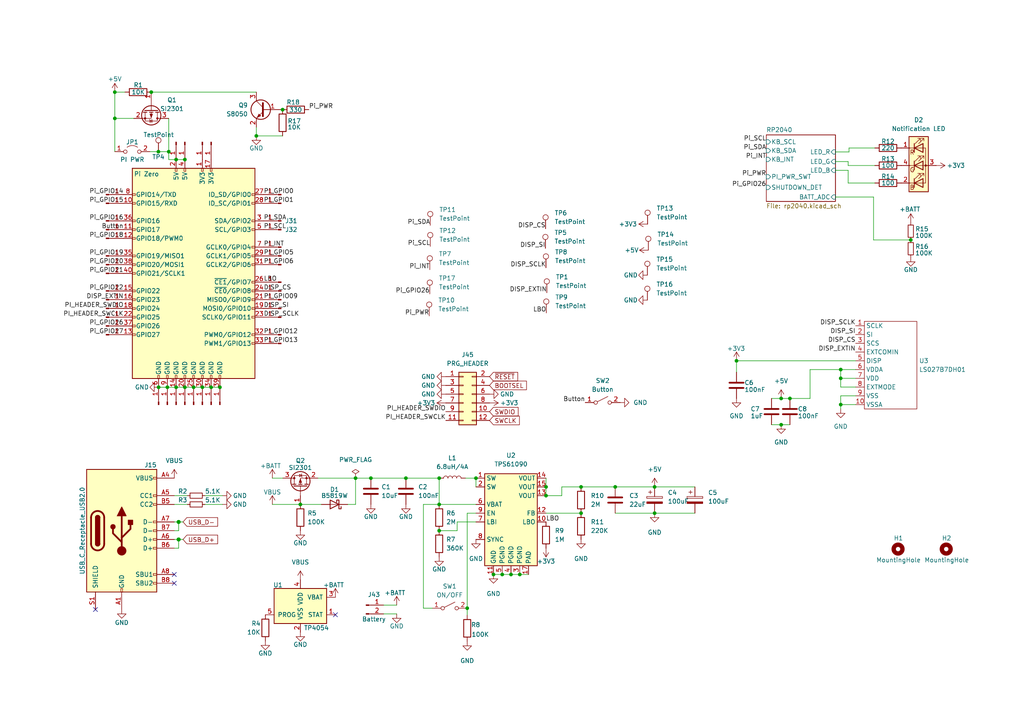
<source format=kicad_sch>
(kicad_sch (version 20231120) (generator "eeschema") (generator_version "8.0")
  (paper "A4")
  (title_block (title "Beepy") (date "2023-04-21") (rev "1.0") (comment 1 "CERN Open Hardware Licence v1.2") (comment 2 "https://github.com/sqfmi/beepy-hardware") (comment 3 "Designed by SQFMI"))
  (junction (at 107.569 138.684))
  (junction (at 178.435 141.224))
  (junction (at 48.9458 43.9928))
  (junction (at 63.7794 112.3188))
  (junction (at 138.049 138.684))
  (junction (at 56.1594 112.3188))
  (junction (at 226.568 123.19))
  (junction (at 243.84 107.188))
  (junction (at 150.749 166.624))
  (junction (at 168.529 148.844))
  (junction (at 61.2394 112.3188))
  (junction (at 51.0794 46.2788))
  (junction (at 158.369 141.224))
  (junction (at 117.729 138.684))
  (junction (at 51.816 156.464) (diameter 1.016))
  (junction (at 45.9994 112.3188))
  (junction (at 158.369 143.764))
  (junction (at 103.124 138.684))
  (junction (at 189.865 141.224))
  (junction (at 264.16 69.596))
  (junction (at 43.8658 26.7208))
  (junction (at 53.6194 112.3188))
  (junction (at 243.84 109.728))
  (junction (at 74.3458 39.4208))
  (junction (at 51.0794 112.3188))
  (junction (at 148.209 166.624))
  (junction (at 127.381 138.684))
  (junction (at 243.84 117.348))
  (junction (at 87.122 146.304))
  (junction (at 51.816 151.384) (diameter 1.016))
  (junction (at 48.5394 112.3188))
  (junction (at 81.9658 31.8008))
  (junction (at 229.108 115.57))
  (junction (at 145.669 166.624))
  (junction (at 213.614 104.648))
  (junction (at 189.865 148.844))
  (junction (at 33.2994 26.7208))
  (junction (at 58.6994 112.3188))
  (junction (at 127.381 146.304))
  (junction (at 53.6194 46.2788))
  (junction (at 45.9486 43.9928))
  (junction (at 127.381 153.924))
  (junction (at 33.2994 34.3408))
  (junction (at 143.129 166.624))
  (junction (at 168.529 141.224))
  (junction (at 226.568 115.57))
  (junction (at 135.509 176.403))
  (no_connect (at 27.686 176.784))
  (no_connect (at 50.546 166.624))
  (no_connect (at 97.282 178.308))
  (no_connect (at 50.546 169.164))
  (wire (pts (xy 245.999 46.863) (xy 245.999 48.006)))
  (wire (pts (xy 138.049 146.304) (xy 127.381 146.304)))
  (wire (pts (xy 248.158 114.808) (xy 243.84 114.808)))
  (wire (pts (xy 158.369 143.764) (xy 162.941 143.764)))
  (wire (pts (xy 148.209 166.624) (xy 150.749 166.624)))
  (wire (pts (xy 48.9458 34.3408) (xy 48.9458 43.9928)))
  (wire (pts (xy 246.253 44.069) (xy 246.253 42.926)))
  (wire (pts (xy 51.0794 46.2788) (xy 53.6194 46.2788)))
  (wire (pts (xy 53.086 151.384) (xy 51.816 151.384)))
  (wire (pts (xy 103.124 146.304) (xy 100.838 146.304)))
  (wire (pts (xy 127.381 146.304) (xy 127.381 138.684)))
  (wire (pts (xy 132.588 153.924) (xy 132.588 151.384)))
  (wire (pts (xy 56.1594 112.3188) (xy 58.6994 112.3188)))
  (wire (pts (xy 158.369 148.844) (xy 168.529 148.844)))
  (wire (pts (xy 59.436 146.304) (xy 64.516 146.304)))
  (wire (pts (xy 117.729 138.684) (xy 127.381 138.684)))
  (wire (pts (xy 138.049 138.684) (xy 138.049 141.224)))
  (wire (pts (xy 50.546 151.384) (xy 51.816 151.384)))
  (wire (pts (xy 53.6194 112.3188) (xy 56.1594 112.3188)))
  (wire (pts (xy 178.435 141.224) (xy 189.865 141.224)))
  (wire (pts (xy 150.749 166.624) (xy 153.289 166.624)))
  (wire (pts (xy 135.001 138.684) (xy 138.049 138.684)))
  (wire (pts (xy 253.365 57.15) (xy 253.365 69.596)))
  (wire (pts (xy 78.994 138.684) (xy 82.042 138.684)))
  (wire (pts (xy 143.129 166.624) (xy 145.669 166.624)))
  (wire (pts (xy 43.8658 26.7208) (xy 74.3458 26.7208)))
  (wire (pts (xy 135.509 148.844) (xy 135.509 176.403)))
  (wire (pts (xy 253.365 69.596) (xy 264.16 69.596)))
  (wire (pts (xy 78.994 146.304) (xy 87.122 146.304)))
  (wire (pts (xy 33.2994 26.7208) (xy 36.2458 26.7208)))
  (wire (pts (xy 33.2994 34.3408) (xy 38.7858 34.3408)))
  (wire (pts (xy 158.369 138.684) (xy 158.369 141.224)))
  (wire (pts (xy 243.84 117.348) (xy 248.158 117.348)))
  (wire (pts (xy 245.999 48.006) (xy 253.746 48.006)))
  (wire (pts (xy 33.2994 34.3408) (xy 33.2994 43.9928)))
  (wire (pts (xy 243.84 117.348) (xy 243.84 118.618)))
  (wire (pts (xy 178.435 148.844) (xy 189.865 148.844)))
  (wire (pts (xy 162.941 143.764) (xy 162.941 141.224)))
  (wire (pts (xy 226.568 123.19) (xy 229.108 123.19)))
  (wire (pts (xy 223.774 115.57) (xy 226.568 115.57)))
  (wire (pts (xy 48.5394 112.3188) (xy 51.0794 112.3188)))
  (wire (pts (xy 122.809 146.304) (xy 122.809 176.403)))
  (wire (pts (xy 43.4594 43.9928) (xy 45.9486 43.9928)))
  (wire (pts (xy 242.316 57.15) (xy 253.365 57.15)))
  (wire (pts (xy 243.84 109.728) (xy 248.158 109.728)))
  (wire (pts (xy 33.2994 26.7208) (xy 33.2994 34.3408)))
  (wire (pts (xy 59.436 143.764) (xy 64.516 143.764)))
  (wire (pts (xy 50.546 143.764) (xy 54.356 143.764)))
  (wire (pts (xy 223.774 123.19) (xy 226.568 123.19)))
  (wire (pts (xy 243.84 114.808) (xy 243.84 117.348)))
  (wire (pts (xy 51.816 153.924) (xy 51.816 151.384)))
  (wire (pts (xy 189.865 148.844) (xy 201.549 148.844)))
  (wire (pts (xy 58.6994 112.3188) (xy 61.2394 112.3188)))
  (wire (pts (xy 48.9458 43.9928) (xy 48.9458 46.2788)))
  (wire (pts (xy 162.941 141.224) (xy 168.529 141.224)))
  (wire (pts (xy 242.316 46.863) (xy 245.999 46.863)))
  (wire (pts (xy 226.568 115.57) (xy 229.108 115.57)))
  (wire (pts (xy 87.122 146.304) (xy 93.218 146.304)))
  (wire (pts (xy 48.9458 43.9928) (xy 45.9486 43.9928)))
  (wire (pts (xy 50.546 153.924) (xy 51.816 153.924)))
  (wire (pts (xy 145.669 166.624) (xy 148.209 166.624)))
  (wire (pts (xy 138.049 148.844) (xy 135.509 148.844)))
  (wire (pts (xy 243.84 107.188) (xy 234.95 107.188)))
  (wire (pts (xy 243.84 112.268) (xy 243.84 109.728)))
  (wire (pts (xy 243.84 107.188) (xy 243.84 109.728)))
  (wire (pts (xy 248.158 112.268) (xy 243.84 112.268)))
  (wire (pts (xy 111.252 178.054) (xy 115.062 178.054)))
  (wire (pts (xy 127.381 153.924) (xy 132.588 153.924)))
  (wire (pts (xy 234.95 115.57) (xy 229.108 115.57)))
  (wire (pts (xy 243.84 107.188) (xy 248.158 107.188)))
  (wire (pts (xy 51.816 159.004) (xy 51.816 156.464)))
  (wire (pts (xy 92.202 138.684) (xy 103.124 138.684)))
  (wire (pts (xy 132.588 151.384) (xy 138.049 151.384)))
  (wire (pts (xy 242.316 49.403) (xy 245.999 49.403)))
  (wire (pts (xy 168.529 141.224) (xy 178.435 141.224)))
  (wire (pts (xy 51.816 156.464) (xy 53.086 156.464)))
  (wire (pts (xy 135.509 176.403) (xy 135.509 178.435)))
  (wire (pts (xy 158.369 141.224) (xy 158.369 143.764)))
  (wire (pts (xy 50.546 156.464) (xy 51.816 156.464)))
  (wire (pts (xy 103.124 138.684) (xy 103.124 146.304)))
  (wire (pts (xy 234.95 107.188) (xy 234.95 115.57)))
  (wire (pts (xy 50.546 146.304) (xy 54.356 146.304)))
  (wire (pts (xy 245.999 53.086) (xy 253.746 53.086)))
  (wire (pts (xy 61.2394 112.3188) (xy 63.7794 112.3188)))
  (wire (pts (xy 50.546 159.004) (xy 51.816 159.004)))
  (wire (pts (xy 122.809 176.403) (xy 125.349 176.403)))
  (wire (pts (xy 246.253 42.926) (xy 253.746 42.926)))
  (wire (pts (xy 189.865 141.224) (xy 201.549 141.224)))
  (wire (pts (xy 48.9458 46.2788) (xy 51.0794 46.2788)))
  (wire (pts (xy 213.614 104.648) (xy 213.614 107.95)))
  (wire (pts (xy 107.569 138.684) (xy 117.729 138.684)))
  (wire (pts (xy 127.381 146.304) (xy 122.809 146.304)))
  (wire (pts (xy 81.9658 39.4208) (xy 74.3458 39.4208)))
  (wire (pts (xy 103.124 138.684) (xy 107.569 138.684)))
  (wire (pts (xy 45.9994 112.3188) (xy 48.5394 112.3188)))
  (wire (pts (xy 111.252 175.514) (xy 115.062 175.514)))
  (wire (pts (xy 51.0794 112.3188) (xy 53.6194 112.3188)))
  (wire (pts (xy 74.3458 36.8808) (xy 74.3458 39.4208)))
  (wire (pts (xy 245.999 49.403) (xy 245.999 53.086)))
  (wire (pts (xy 248.158 104.648) (xy 213.614 104.648)))
  (wire (pts (xy 242.316 44.069) (xy 246.253 44.069)))
  (label "Pi_GPIO09" (at 76.4794 86.9188 0))
  (label "Pi_SDA" (at 222.25 43.688 180))
  (label "DISP_CS" (at 158.242 66.3448 180))
  (label "Pi_GPIO5" (at 76.4794 74.2188 0))
  (label "LBO" (at 158.4452 90.7542 180))
  (label "Pi_SDA" (at 76.4794 64.0588 0))
  (label "Pi_GPIO21" (at 35.8394 79.2988 180))
  (label "DISP_EXTIN" (at 158.5976 84.9122 180))
  (label "Pi_INT" (at 222.25 46.228 180))
  (label "DISP_SCLK" (at 158.3436 77.6732 180))
  (label "PI_HEADER_SWDIO" (at 129.286 119.4054 180))
  (label "DISP_SI" (at 248.158 97.028 180))
  (label "LBO" (at 158.369 151.384 0))
  (label "Pi_GPIO15" (at 35.8394 58.9788 180))
  (label "Pi_PWR" (at 89.5858 31.8008 0))
  (label "DISP_SCLK" (at 248.158 94.488 180))
  (label "DISP_EXTIN" (at 248.158 102.108 180))
  (label "Pi_GPIO26" (at 124.6632 85.2678 180))
  (label "DISP_EXTIN" (at 35.8394 86.9188 180))
  (label "Pi_GPIO20" (at 35.8394 76.7588 180))
  (label "Button" (at 35.8394 66.5988 180))
  (label "DISP_SCLK" (at 76.4794 91.9988 0))
  (label "Button" (at 169.7228 116.7638 180))
  (label "DISP_CS" (at 248.158 99.568 180))
  (label "Pi_GPIO6" (at 76.4794 76.7588 0))
  (label "Pi_GPIO0" (at 76.4794 56.4388 0))
  (label "Pi_SCL" (at 76.4794 66.5988 0))
  (label "Pi_SCL" (at 222.25 41.148 180))
  (label "Pi_GPIO16" (at 35.8394 64.0588 180))
  (label "Pi_GPIO14" (at 35.8394 56.4388 180))
  (label "Pi_SCL" (at 124.7902 71.4756 180))
  (label "Pi_GPIO1" (at 76.4794 58.9788 0))
  (label "Pi_SDA" (at 124.7902 65.3796 180))
  (label "PI_HEADER_SWCLK" (at 129.286 121.9454 180))
  (label "LBO" (at 76.4794 81.8388 0))
  (label "Pi_GPIO26" (at 35.8394 94.5388 180))
  (label "DISP_SI" (at 158.1912 72.0344 180))
  (label "Pi_GPIO26" (at 222.25 54.356 180))
  (label "Pi_GPIO22" (at 35.8394 84.3788 180))
  (label "Pi_INT" (at 124.6632 78.232 180))
  (label "Pi_GPIO27" (at 35.8394 97.0788 180))
  (label "Pi_INT" (at 76.4794 71.6788 0))
  (label "Pi_GPIO19" (at 35.8394 74.2188 180))
  (label "Pi_GPIO18" (at 35.8394 69.1388 180))
  (label "PI_HEADER_SWDIO" (at 35.8394 89.4588 180))
  (label "Pi_GPIO12" (at 76.4794 97.0788 0))
  (label "Pi_PWR" (at 222.25 51.2572 180))
  (label "DISP_CS" (at 76.4794 84.3788 0))
  (label "PI_HEADER_SWCLK" (at 35.8394 91.9988 180))
  (label "Pi_GPIO13" (at 76.4794 99.6188 0))
  (label "DISP_SI" (at 76.4794 89.4588 0))
  (label "Pi_PWR" (at 124.4854 91.6432 180))
  (global_label "USB_D-" (shape input) (at 53.086 151.384 0) (property "Intersheetrefs" "${INTERSHEET_REFS}" (effects (hide yes))))
  (global_label "BOOTSEL" (shape input) (at 141.986 111.7854 0) (property "Intersheetrefs" "${INTERSHEET_REFS}" (effects (hide yes))))
  (global_label "SWDIO" (shape input) (at 141.986 119.4054 0) (property "Intersheetrefs" "${INTERSHEET_REFS}" (effects (hide yes))))
  (global_label "USB_D+" (shape input) (at 53.086 156.464 0) (property "Intersheetrefs" "${INTERSHEET_REFS}" (effects (hide yes))))
  (global_label "SWCLK" (shape input) (at 141.986 121.9454 0) (property "Intersheetrefs" "${INTERSHEET_REFS}" (effects (hide yes))))
  (global_label "~{RESET}" (shape input) (at 141.986 109.2454 0) (property "Intersheetrefs" "${INTERSHEET_REFS}" (effects (hide yes))))
  (symbol (lib_id "Connector:Conn_01x01_Male") (at 81.5594 74.2188 180) (unit 1)
    (property "Reference" "J34" (effects (hide yes)))
    (property "Value" "FDX0019B1" (effects (hide yes)))
    (property "Footprint" "beepy:FDX0019B1" (effects (hide yes)))
  )
  (symbol (lib_id "power:GND") (at 74.3458 39.4208 0) (mirror y) (unit 1)
    (property "Reference" "#PWR01" (effects (hide yes)))
    (property "Value" "GND" (at 74.3458 42.9768 0))
  )
  (symbol (lib_id "power:GND") (at 168.529 156.464 0) (unit 1)
    (property "Reference" "#PWR042" (effects (hide yes)))
    (property "Value" "GND" (at 168.529 162.052 0))
  )
  (symbol (lib_id "power:GND") (at 143.129 166.624 0) (unit 1)
    (property "Reference" "#PWR034" (effects (hide yes)))
    (property "Value" "GND" (at 143.129 172.212 0))
  )
  (symbol (lib_id "power:+3.3V") (at 271.526 48.006 270) (unit 1)
    (property "Reference" "#PWR052" (effects (hide yes)))
    (property "Value" "+3V3" (at 277.241 48.006 90))
  )
  (symbol (lib_id "Connector:Conn_01x01_Male") (at 81.5594 89.4588 180) (unit 1)
    (property "Reference" "J39" (effects (hide yes)))
    (property "Value" "FDX0019B1" (effects (hide yes)))
    (property "Footprint" "beepy:FDX0019B1" (effects (hide yes)))
  )
  (symbol (lib_id "Device:C") (at 229.108 119.38 0) (unit 1)
    (property "Reference" "C8" (at 231.394 118.618 0) (effects (justify left)))
    (property "Value" "100nF" (at 231.394 120.65 0) (effects (justify left)))
    (property "Footprint" "Capacitor_SMD:C_0603_1608Metric" (effects (hide yes)))
  )
  (symbol (lib_id "Device:C") (at 213.614 111.76 0) (unit 1)
    (property "Reference" "C6" (at 215.9 110.998 0) (effects (justify left)))
    (property "Value" "100nF" (at 215.9 113.03 0) (effects (justify left)))
    (property "Footprint" "Capacitor_SMD:C_0603_1608Metric" (effects (hide yes)))
  )
  (symbol (lib_id "Transistor_FET:DMG2301L") (at 43.8658 31.8008 270) (unit 1)
    (property "Reference" "Q1" (at 49.8856 29.0068 90))
    (property "Value" "SI2301" (at 49.8856 31.5468 90))
    (property "Footprint" "Package_TO_SOT_SMD:SOT-23" (effects (hide yes)))
    (property "Datasheet" "https://www.diodes.com/assets/Datasheets/DMG2301L.pdf" (effects (hide yes)))
  )
  (symbol (lib_id "Device:R_Small") (at 264.16 72.136 0) (unit 1)
    (property "Reference" "R16" (at 269.367 71.501 0) (effects (justify right)))
    (property "Value" "100K" (at 265.43 73.406 0) (effects (justify left)))
    (property "Footprint" "Resistor_SMD:R_0603_1608Metric" (effects (hide yes)))
  )
  (symbol (lib_id "power:GND") (at 187.7568 87.0458 270) (unit 1)
    (property "Reference" "#PWR0105" (effects (hide yes)))
    (property "Value" "GND" (at 180.8988 87.0458 90) (effects (justify left)))
  )
  (symbol (lib_id "power:+BATT") (at 78.994 138.684 0) (unit 1)
    (property "Reference" "#PWR09" (effects (hide yes)))
    (property "Value" "+BATT" (at 78.486 135.128 0))
  )
  (symbol (lib_id "Device:R_Small") (at 56.896 146.304 270) (unit 1)
    (property "Reference" "R3" (at 54.356 145.034 90) (effects (justify right)))
    (property "Value" "5.1K" (at 59.436 145.034 90) (effects (justify left)))
    (property "Footprint" "Resistor_SMD:R_0603_1608Metric" (effects (hide yes)))
  )
  (symbol (lib_id "beepy:LS027B7DH01") (at 258.318 105.918 0) (unit 1)
    (property "Reference" "U3" (at 266.573 104.6479 0) (effects (justify left)))
    (property "Value" "LS027B7DH01" (at 266.573 107.1879 0) (effects (justify left)))
    (property "Footprint" "beepy:HRS_FH34SRJ-10S-0.5SH(50)" (effects (hide yes)))
  )
  (symbol (lib_id "power:+3.3V") (at 141.986 116.8654 270) (unit 1)
    (property "Reference" "#PWR036" (effects (hide yes)))
    (property "Value" "+3V3" (at 147.701 116.8654 90))
  )
  (symbol (lib_id "power:GND") (at 213.614 115.57 0) (unit 1)
    (property "Reference" "#PWR046" (effects (hide yes)))
    (property "Value" "GND" (at 213.614 120.65 0))
  )
  (symbol (lib_id "Connector:Conn_01x01_Male") (at 30.7594 56.4388 0) (unit 1)
    (property "Reference" "J1" (effects (hide yes)))
    (property "Value" "FDX0019B1" (effects (hide yes)))
    (property "Footprint" "beepy:FDX0019B1" (effects (hide yes)))
  )
  (symbol (lib_id "Connector:Conn_01x01_Male") (at 30.7594 97.0788 0) (unit 1)
    (property "Reference" "J14" (effects (hide yes)))
    (property "Value" "FDX0019B1" (effects (hide yes)))
    (property "Footprint" "beepy:FDX0019B1" (effects (hide yes)))
  )
  (symbol (lib_id "Connector:TestPoint") (at 124.6632 85.2678 0) (unit 1)
    (property "Reference" "TP17" (at 127.254 80.6957 0) (effects (justify left)))
    (property "Value" "TestPoint" (at 127.254 83.2357 0) (effects (justify left)))
    (property "Footprint" "TestPoint:TestPoint_Pad_D1.5mm" (effects (hide yes)))
  )
  (symbol (lib_id "Device:C") (at 178.435 145.034 0) (unit 1)
    (property "Reference" "C3" (at 182.499 143.7639 0) (effects (justify left)))
    (property "Value" "22uF" (at 182.499 146.3039 0) (effects (justify left)))
    (property "Footprint" "Capacitor_SMD:C_1206_3216Metric" (effects (hide yes)))
  )
  (symbol (lib_id "Device:C_Polarized") (at 201.549 145.034 0) (unit 1)
    (property "Reference" "C5" (at 205.359 142.8749 0) (effects (justify left)))
    (property "Value" "100uF" (at 205.359 145.4149 0) (effects (justify left)))
    (property "Footprint" "Capacitor_Tantalum_SMD:CP_EIA-3528-15_AVX-H" (effects (hide yes)))
  )
  (symbol (lib_id "power:GND") (at 187.7568 79.8068 270) (unit 1)
    (property "Reference" "#PWR0104" (effects (hide yes)))
    (property "Value" "GND" (at 180.8988 79.8068 90) (effects (justify left)))
  )
  (symbol (lib_id "power:GND") (at 107.569 146.304 0) (unit 1)
    (property "Reference" "#PWR019" (effects (hide yes)))
    (property "Value" "GND" (at 107.569 149.86 0))
  )
  (symbol (lib_id "power:GND") (at 87.122 153.924 0) (unit 1)
    (property "Reference" "#PWR011" (effects (hide yes)))
    (property "Value" "GND" (at 87.122 157.48 0))
  )
  (symbol (lib_id "Device:R") (at 168.529 152.654 0) (unit 1)
    (property "Reference" "R11" (at 171.323 151.3839 0) (effects (justify left)))
    (property "Value" "220K" (at 171.323 153.9239 0) (effects (justify left)))
    (property "Footprint" "Resistor_SMD:R_0603_1608Metric" (effects (hide yes)))
  )
  (symbol (lib_id "power:GND") (at 189.865 148.844 0) (unit 1)
    (property "Reference" "#PWR044" (effects (hide yes)))
    (property "Value" "GND" (at 189.865 154.432 0))
  )
  (symbol (lib_id "Device:C") (at 107.569 142.494 0) (unit 1)
    (property "Reference" "C1" (at 110.617 141.2239 0) (effects (justify left)))
    (property "Value" "10uF" (at 110.617 143.7639 0) (effects (justify left)))
    (property "Footprint" "Capacitor_SMD:C_0603_1608Metric" (effects (hide yes)))
  )
  (symbol (lib_id "Connector:Conn_01x01_Male") (at 30.7594 86.9188 0) (unit 1)
    (property "Reference" "J10" (effects (hide yes)))
    (property "Value" "FDX0019B1" (effects (hide yes)))
    (property "Footprint" "beepy:FDX0019B1" (effects (hide yes)))
  )
  (symbol (lib_id "Connector:Conn_01x01_Male") (at 81.5594 76.7588 180) (unit 1)
    (property "Reference" "J35" (effects (hide yes)))
    (property "Value" "FDX0019B1" (effects (hide yes)))
    (property "Footprint" "beepy:FDX0019B1" (effects (hide yes)))
  )
  (symbol (lib_id "power:GND") (at 179.8828 116.7638 90) (unit 1)
    (property "Reference" "#PWR033" (effects (hide yes)))
    (property "Value" "GND" (at 183.6928 116.7637 90) (effects (justify right)))
  )
  (symbol (lib_id "Device:R") (at 257.556 42.926 90) (unit 1)
    (property "Reference" "R12" (at 257.556 41.021 90))
    (property "Value" "220" (at 257.556 42.926 90))
    (property "Footprint" "Resistor_SMD:R_0603_1608Metric" (effects (hide yes)))
  )
  (symbol (lib_id "power:GND") (at 117.729 146.304 0) (unit 1)
    (property "Reference" "#PWR022" (effects (hide yes)))
    (property "Value" "GND" (at 117.729 149.86 0))
  )
  (symbol (lib_id "power:GND") (at 129.286 111.7854 270) (unit 1)
    (property "Reference" "#PWR025" (effects (hide yes)))
    (property "Value" "GND" (at 124.206 111.7854 90))
  )
  (symbol (lib_id "Device:R") (at 87.122 150.114 0) (unit 1)
    (property "Reference" "R5" (at 89.154 148.8439 0) (effects (justify left)))
    (property "Value" "100K" (at 89.154 151.3839 0) (effects (justify left)))
    (property "Footprint" "Resistor_SMD:R_0603_1608Metric" (effects (hide yes)))
  )
  (symbol (lib_id "power:+5V") (at 33.2994 26.7208 0) (unit 1)
    (property "Reference" "#PWR02" (effects (hide yes)))
    (property "Value" "+5V" (at 33.2994 22.9108 0))
  )
  (symbol (lib_id "power:GND") (at 45.9994 112.3188 270) (unit 1)
    (property "Reference" "#PWR04" (effects (hide yes)))
    (property "Value" "GND" (at 39.116 112.2934 90) (effects (justify left)))
  )
  (symbol (lib_id "Device:LED_RBAG") (at 266.446 48.006 0) (unit 1)
    (property "Reference" "D2" (at 266.446 34.798 0))
    (property "Value" "Notification LED" (at 266.446 37.338 0))
    (property "Footprint" "beepy:FM-B2020RGBA-HG" (effects (hide yes)))
  )
  (symbol (lib_id "Connector:Conn_01x01_Male") (at 53.6194 117.3988 90) (unit 1)
    (property "Reference" "J21" (effects (hide yes)))
    (property "Value" "FDX0019B1" (effects (hide yes)))
    (property "Footprint" "beepy:FDX0019B1" (effects (hide yes)))
  )
  (symbol (lib_id "Device:C") (at 223.774 119.38 0) (unit 1)
    (property "Reference" "C7" (at 217.678 118.618 0) (effects (justify left)))
    (property "Value" "1uF" (at 217.678 120.65 0) (effects (justify left)))
    (property "Footprint" "Capacitor_SMD:C_0603_1608Metric" (effects (hide yes)))
  )
  (symbol (lib_id "Device:C_Polarized") (at 189.865 145.034 0) (unit 1)
    (property "Reference" "C4" (at 193.675 142.8749 0) (effects (justify left)))
    (property "Value" "100uF" (at 193.675 145.4149 0) (effects (justify left)))
    (property "Footprint" "Capacitor_Tantalum_SMD:CP_EIA-3528-15_AVX-H" (effects (hide yes)))
  )
  (symbol (lib_id "Device:R") (at 135.509 182.245 180) (unit 1)
    (property "Reference" "R8" (at 139.319 181.229 0) (effects (justify left)))
    (property "Value" "100K" (at 141.859 184.023 0) (effects (justify left)))
    (property "Footprint" "Resistor_SMD:R_0603_1608Metric" (effects (hide yes)))
  )
  (symbol (lib_id "Connector:Conn_01x01_Male") (at 30.7594 66.5988 0) (unit 1)
    (property "Reference" "J4" (effects (hide yes)))
    (property "Value" "FDX0019B1" (effects (hide yes)))
    (property "Footprint" "beepy:FDX0019B1" (effects (hide yes)))
  )
  (symbol (lib_id "Switch:SW_SPST") (at 174.8028 116.7638 0) (unit 1)
    (property "Reference" "SW2" (at 174.8028 110.4138 0))
    (property "Value" "Button" (at 174.8028 112.9538 0))
    (property "Footprint" "Button_Switch_SMD:Panasonic_EVQPUL_EVQPUC" (effects (hide yes)))
  )
  (symbol (lib_id "Mechanical:MountingHole") (at 274.447 159.258 0) (unit 1)
    (property "Reference" "H2" (at 273.177 156.083 0) (effects (justify left)))
    (property "Value" "MountingHole" (at 268.097 162.433 0) (effects (justify left)))
    (property "Footprint" "MountingHole:MountingHole_2.7mm_M2.5" (effects (hide yes)))
  )
  (symbol (lib_id "Jumper:Jumper_2_Open") (at 38.3794 43.9928 0) (unit 1)
    (property "Reference" "JP1" (at 38.3794 41.1988 0))
    (property "Value" "PI PWR" (at 38.3794 46.2788 0))
    (property "Footprint" "Jumper:SolderJumper-2_P1.3mm_Open_RoundedPad1.0x1.5mm" (effects (hide yes)))
  )
  (symbol (lib_id "Connector:Conn_01x01_Male") (at 45.9994 117.3988 90) (unit 1)
    (property "Reference" "J16" (effects (hide yes)))
    (property "Value" "FDX0019B1" (effects (hide yes)))
    (property "Footprint" "beepy:FDX0019B1" (effects (hide yes)))
  )
  (symbol (lib_id "Connector:Conn_01x01_Male") (at 58.6994 117.3988 90) (unit 1)
    (property "Reference" "J25" (effects (hide yes)))
    (property "Value" "FDX0019B1" (effects (hide yes)))
    (property "Footprint" "beepy:FDX0019B1" (effects (hide yes)))
  )
  (symbol (lib_id "Connector:TestPoint") (at 45.9486 43.9928 0) (unit 1)
    (property "Reference" "TP4" (at 44.1198 45.5168 0) (effects (justify left)))
    (property "Value" "TestPoint" (at 41.5544 39.0906 0) (effects (justify left)))
    (property "Footprint" "TestPoint:TestPoint_Pad_D1.5mm" (effects (hide yes)))
  )
  (symbol (lib_id "power:+5V") (at 226.568 115.57 0) (unit 1)
    (property "Reference" "#PWR047" (effects (hide yes)))
    (property "Value" "+5V" (at 226.568 110.49 0))
  )
  (symbol (lib_id "Device:Q_NPN_BEC") (at 76.8858 31.8008 0) (mirror y) (unit 1)
    (property "Reference" "Q9" (at 71.9074 30.5307 0) (effects (justify left)))
    (property "Value" "S8050" (at 71.9074 33.0707 0) (effects (justify left)))
    (property "Footprint" "Package_TO_SOT_SMD:SOT-23" (effects (hide yes)))
  )
  (symbol (lib_id "power:GND") (at 76.962 185.928 0) (unit 1)
    (property "Reference" "#PWR08" (effects (hide yes)))
    (property "Value" "GND" (at 76.962 189.484 0))
  )
  (symbol (lib_id "Connector:Conn_01x01_Male") (at 81.5594 71.6788 180) (unit 1)
    (property "Reference" "J33" (effects (hide yes)))
    (property "Value" "FDX0019B1" (effects (hide yes)))
    (property "Footprint" "beepy:FDX0019B1" (effects (hide yes)))
  )
  (symbol (lib_id "Connector:TestPoint") (at 158.3436 77.6732 0) (unit 1)
    (property "Reference" "TP8" (at 160.9344 73.1011 0) (effects (justify left)))
    (property "Value" "TestPoint" (at 160.9344 75.6411 0) (effects (justify left)))
    (property "Footprint" "TestPoint:TestPoint_Pad_D1.5mm" (effects (hide yes)))
  )
  (symbol (lib_id "Connector:Conn_01x01_Male") (at 81.5594 56.4388 180) (unit 1)
    (property "Reference" "J29" (effects (hide yes)))
    (property "Value" "FDX0019B1" (effects (hide yes)))
    (property "Footprint" "beepy:FDX0019B1" (effects (hide yes)))
  )
  (symbol (lib_id "Connector:Conn_01x02_Male") (at 106.172 175.514 0) (unit 1)
    (property "Reference" "J43" (at 108.458 172.466 0))
    (property "Value" "Battery" (at 108.458 179.578 0))
    (property "Footprint" "Connector_JST:JST_PH_S2B-PH-SM4-TB_1x02-1MP_P2.00mm_Horizontal" (effects (hide yes)))
  )
  (symbol (lib_id "Connector:Conn_01x01_Male") (at 81.5594 84.3788 180) (unit 1)
    (property "Reference" "J37" (effects (hide yes)))
    (property "Value" "FDX0019B1" (effects (hide yes)))
    (property "Footprint" "beepy:FDX0019B1" (effects (hide yes)))
  )
  (symbol (lib_id "Connector:TestPoint") (at 187.833 64.9986 0) (unit 1)
    (property "Reference" "TP13" (at 190.4238 60.4265 0) (effects (justify left)))
    (property "Value" "TestPoint" (at 190.4238 62.9665 0) (effects (justify left)))
    (property "Footprint" "TestPoint:TestPoint_Pad_D1.5mm" (effects (hide yes)))
  )
  (symbol (lib_id "Connector:Conn_01x01_Male") (at 30.7594 79.2988 0) (unit 1)
    (property "Reference" "J8" (effects (hide yes)))
    (property "Value" "FDX0019B1" (effects (hide yes)))
    (property "Footprint" "beepy:FDX0019B1" (effects (hide yes)))
  )
  (symbol (lib_id "power:VBUS") (at 78.994 146.304 0) (unit 1)
    (property "Reference" "#PWR010" (effects (hide yes)))
    (property "Value" "VBUS" (at 78.994 142.748 0))
  )
  (symbol (lib_id "Device:R") (at 127.381 157.734 0) (unit 1)
    (property "Reference" "R7" (at 129.413 156.4639 0) (effects (justify left)))
    (property "Value" "360K" (at 129.413 159.0039 0) (effects (justify left)))
    (property "Footprint" "Resistor_SMD:R_0603_1608Metric" (effects (hide yes)))
  )
  (symbol (lib_id "power:+3.3V") (at 158.369 159.004 180) (unit 1)
    (property "Reference" "#PWR037" (effects (hide yes)))
    (property "Value" "+3V3" (at 158.369 162.814 0))
  )
  (symbol (lib_id "Connector:Conn_01x01_Male") (at 51.0794 41.1988 270) (unit 1)
    (property "Reference" "J18" (effects (hide yes)))
    (property "Value" "FDX0019B1" (effects (hide yes)))
    (property "Footprint" "beepy:FDX0019B1" (effects (hide yes)))
  )
  (symbol (lib_id "Connector:Conn_01x01_Male") (at 61.2394 117.3988 90) (unit 1)
    (property "Reference" "J27" (effects (hide yes)))
    (property "Value" "FDX0019B1" (effects (hide yes)))
    (property "Footprint" "beepy:FDX0019B1" (effects (hide yes)))
  )
  (symbol (lib_id "Connector:TestPoint") (at 124.4854 91.6432 0) (unit 1)
    (property "Reference" "TP10" (at 127.0762 87.0711 0) (effects (justify left)))
    (property "Value" "TestPoint" (at 127.0762 89.6111 0) (effects (justify left)))
    (property "Footprint" "TestPoint:TestPoint_Pad_D1.5mm" (effects (hide yes)))
  )
  (symbol (lib_id "Connector:Conn_01x01_Male") (at 30.7594 91.9988 0) (unit 1)
    (property "Reference" "J12" (effects (hide yes)))
    (property "Value" "FDX0019B1" (effects (hide yes)))
    (property "Footprint" "beepy:FDX0019B1" (effects (hide yes)))
  )
  (symbol (lib_id "power:GND") (at 64.516 146.304 90) (unit 1)
    (property "Reference" "#PWR07" (effects (hide yes)))
    (property "Value" "GND" (at 69.596 146.304 90))
  )
  (symbol (lib_id "power:+BATT") (at 264.16 64.516 0) (unit 1)
    (property "Reference" "#PWR050" (effects (hide yes)))
    (property "Value" "+BATT" (at 263.906 60.706 0))
  )
  (symbol (lib_id "Connector:Conn_01x01_Male") (at 81.5594 91.9988 180) (unit 1)
    (property "Reference" "J40" (effects (hide yes)))
    (property "Value" "FDX0019B1" (effects (hide yes)))
    (property "Footprint" "beepy:FDX0019B1" (effects (hide yes)))
  )
  (symbol (lib_id "Connector:Conn_01x01_Male") (at 30.7594 69.1388 0) (unit 1)
    (property "Reference" "J5" (effects (hide yes)))
    (property "Value" "FDX0019B1" (effects (hide yes)))
    (property "Footprint" "beepy:FDX0019B1" (effects (hide yes)))
  )
  (symbol (lib_id "Device:R") (at 158.369 155.194 0) (unit 1)
    (property "Reference" "R9" (at 160.909 153.9239 0) (effects (justify left)))
    (property "Value" "1M" (at 160.909 156.4639 0) (effects (justify left)))
    (property "Footprint" "Resistor_SMD:R_0603_1608Metric" (effects (hide yes)))
  )
  (symbol (lib_id "Connector:TestPoint") (at 158.4452 90.7542 0) (unit 1)
    (property "Reference" "TP9" (at 161.036 86.1821 0) (effects (justify left)))
    (property "Value" "TestPoint" (at 161.036 88.7221 0) (effects (justify left)))
    (property "Footprint" "TestPoint:TestPoint_Pad_D1.5mm" (effects (hide yes)))
  )
  (symbol (lib_id "Connector:Conn_01x01_Male") (at 81.5594 64.0588 180) (unit 1)
    (property "Reference" "J31" (at 84.4804 64.0588 0))
    (property "Value" "FDX0019B1" (effects (hide yes)))
    (property "Footprint" "beepy:FDX0019B1" (effects (hide yes)))
  )
  (symbol (lib_id "power:VBUS") (at 87.122 168.148 0) (unit 1)
    (property "Reference" "#PWR012" (effects (hide yes)))
    (property "Value" "VBUS" (at 87.122 163.068 0))
  )
  (symbol (lib_id "Connector:Conn_01x01_Male") (at 61.2394 41.1988 270) (unit 1)
    (property "Reference" "J26" (effects (hide yes)))
    (property "Value" "FDX0019B1" (effects (hide yes)))
    (property "Footprint" "beepy:FDX0019B1" (effects (hide yes)))
  )
  (symbol (lib_id "Connector:Raspberry_Pi_2_3") (at 56.1594 79.2988 0) (unit 1)
    (property "Reference" "J22" (effects (hide yes)))
    (property "Value" "Pi Zero" (at 38.8366 50.4698 0) (effects (justify left)))
    (property "Footprint" "Connector_PinHeader_2.54mm:PinHeader_2x20_P2.54mm_Vertical_SMD" (effects (hide yes)))
    (property "Datasheet" "https://www.raspberrypi.org/documentation/hardware/raspberrypi/schematics/rpi_SCH_3bplus_1p0_reduced.pdf" (effects (hide yes)))
  )
  (symbol (lib_id "Device:R") (at 85.7758 31.8008 270) (mirror x) (unit 1)
    (property "Reference" "R18" (at 86.995 29.6672 90) (effects (justify right)))
    (property "Value" "330" (at 87.6554 31.8516 90) (effects (justify right)))
    (property "Footprint" "Resistor_SMD:R_0603_1608Metric" (effects (hide yes)))
  )
  (symbol (lib_id "power:GND") (at 129.286 114.3254 270) (unit 1)
    (property "Reference" "#PWR026" (effects (hide yes)))
    (property "Value" "GND" (at 124.206 114.3254 90))
  )
  (symbol (lib_id "Connector:Conn_01x01_Male") (at 30.7594 58.9788 0) (unit 1)
    (property "Reference" "J2" (effects (hide yes)))
    (property "Value" "FDX0019B1" (effects (hide yes)))
    (property "Footprint" "beepy:FDX0019B1" (effects (hide yes)))
  )
  (symbol (lib_id "Device:R") (at 127.381 150.114 0) (unit 1)
    (property "Reference" "R6" (at 129.413 148.844 0) (effects (justify left)))
    (property "Value" "2M" (at 129.413 151.384 0) (effects (justify left)))
    (property "Footprint" "Resistor_SMD:R_0603_1608Metric" (effects (hide yes)))
  )
  (symbol (lib_id "Device:R_Small") (at 264.16 67.056 0) (unit 1)
    (property "Reference" "R15" (at 269.367 66.421 0) (effects (justify right)))
    (property "Value" "100K" (at 265.43 68.326 0) (effects (justify left)))
    (property "Footprint" "Resistor_SMD:R_0603_1608Metric" (effects (hide yes)))
  )
  (symbol (lib_id "Connector:Conn_01x01_Male") (at 30.7594 74.2188 0) (unit 1)
    (property "Reference" "J6" (effects (hide yes)))
    (property "Value" "FDX0019B1" (effects (hide yes)))
    (property "Footprint" "beepy:FDX0019B1" (effects (hide yes)))
  )
  (symbol (lib_id "Device:R") (at 81.9658 35.6108 0) (mirror x) (unit 1)
    (property "Reference" "R17" (at 87.3252 35.1028 0) (effects (justify right)))
    (property "Value" "10K" (at 87.2998 36.8808 0) (effects (justify right)))
    (property "Footprint" "Resistor_SMD:R_0603_1608Metric" (effects (hide yes)))
  )
  (symbol (lib_id "power:GND") (at 135.509 186.055 0) (unit 1)
    (property "Reference" "#PWR031" (effects (hide yes)))
    (property "Value" "GND" (at 135.509 191.643 0))
  )
  (symbol (lib_id "Connector:Conn_01x01_Male") (at 53.6194 41.1988 270) (unit 1)
    (property "Reference" "J20" (effects (hide yes)))
    (property "Value" "FDX0019B1" (effects (hide yes)))
    (property "Footprint" "beepy:FDX0019B1" (effects (hide yes)))
  )
  (symbol (lib_id "Connector:TestPoint") (at 158.5976 84.9122 0) (unit 1)
    (property "Reference" "TP1" (at 161.1884 80.3401 0) (effects (justify left)))
    (property "Value" "TestPoint" (at 161.1884 82.8801 0) (effects (justify left)))
    (property "Footprint" "TestPoint:TestPoint_Pad_D1.5mm" (effects (hide yes)))
  )
  (symbol (lib_id "Transistor_FET:FDN340P") (at 87.122 141.224 90) (unit 1)
    (property "Reference" "Q2" (at 87.122 133.604 90))
    (property "Value" "SI2301" (at 87.122 135.636 90))
    (property "Footprint" "Package_TO_SOT_SMD:SOT-23" (effects (hide yes)))
    (property "Datasheet" "https://www.onsemi.com/pub/Collateral/FDN340P-D.PDF" (effects (hide yes)))
  )
  (symbol (lib_id "power:GND") (at 127.381 161.544 0) (unit 1)
    (property "Reference" "#PWR023" (effects (hide yes)))
    (property "Value" "GND" (at 127.381 165.1 0))
  )
  (symbol (lib_id "power:+BATT") (at 115.062 175.514 0) (unit 1)
    (property "Reference" "#PWR020" (effects (hide yes)))
    (property "Value" "+BATT" (at 114.554 171.958 0))
  )
  (symbol (lib_id "Connector:TestPoint") (at 187.7568 87.0458 0) (unit 1)
    (property "Reference" "TP16" (at 190.3476 82.4737 0) (effects (justify left)))
    (property "Value" "TestPoint" (at 190.3476 85.0137 0) (effects (justify left)))
    (property "Footprint" "TestPoint:TestPoint_Pad_D1.5mm" (effects (hide yes)))
  )
  (symbol (lib_id "power:GND") (at 115.062 178.054 0) (unit 1)
    (property "Reference" "#PWR021" (effects (hide yes)))
    (property "Value" "GND" (at 115.062 181.61 0))
  )
  (symbol (lib_id "Connector:Conn_01x01_Male") (at 30.7594 89.4588 0) (unit 1)
    (property "Reference" "J11" (effects (hide yes)))
    (property "Value" "FDX0019B1" (effects (hide yes)))
    (property "Footprint" "beepy:FDX0019B1" (effects (hide yes)))
  )
  (symbol (lib_id "power:GND") (at 35.306 176.784 0) (unit 1)
    (property "Reference" "#PWR03" (effects (hide yes)))
    (property "Value" "GND" (at 35.306 180.594 0))
  )
  (symbol (lib_id "power:GND") (at 141.986 114.3254 90) (unit 1)
    (property "Reference" "#PWR035" (effects (hide yes)))
    (property "Value" "GND" (at 147.066 114.3254 90))
  )
  (symbol (lib_id "Connector:Conn_01x01_Male") (at 81.5594 97.0788 180) (unit 1)
    (property "Reference" "J41" (effects (hide yes)))
    (property "Value" "FDX0019B1" (effects (hide yes)))
    (property "Footprint" "beepy:FDX0019B1" (effects (hide yes)))
  )
  (symbol (lib_id "Connector:Conn_01x01_Male") (at 56.1594 117.3988 90) (unit 1)
    (property "Reference" "J23" (effects (hide yes)))
    (property "Value" "FDX0019B1" (effects (hide yes)))
    (property "Footprint" "beepy:FDX0019B1" (effects (hide yes)))
  )
  (symbol (lib_id "Connector:TestPoint") (at 124.7902 71.4756 0) (unit 1)
    (property "Reference" "TP12" (at 127.381 66.9035 0) (effects (justify left)))
    (property "Value" "TestPoint" (at 127.381 69.4435 0) (effects (justify left)))
    (property "Footprint" "TestPoint:TestPoint_Pad_D1.5mm" (effects (hide yes)))
  )
  (symbol (lib_id "Connector:TestPoint") (at 124.7902 65.3796 0) (unit 1)
    (property "Reference" "TP11" (at 127.381 60.8075 0) (effects (justify left)))
    (property "Value" "TestPoint" (at 127.381 63.3475 0) (effects (justify left)))
    (property "Footprint" "TestPoint:TestPoint_Pad_D1.5mm" (effects (hide yes)))
  )
  (symbol (lib_id "power:+3.3V") (at 129.286 116.8654 90) (unit 1)
    (property "Reference" "#PWR027" (effects (hide yes)))
    (property "Value" "+3V3" (at 123.571 116.8654 90))
  )
  (symbol (lib_id "power:PWR_FLAG") (at 103.124 138.684 0) (unit 1)
    (property "Reference" "#FLG01" (effects (hide yes)))
    (property "Value" "PWR_FLAG" (at 103.124 133.35 0))
  )
  (symbol (lib_id "Device:R") (at 40.0558 26.7208 90) (unit 1)
    (property "Reference" "R1" (at 38.735 24.6634 90) (effects (justify right)))
    (property "Value" "10K" (at 38.1254 26.7208 90) (effects (justify right)))
    (property "Footprint" "Resistor_SMD:R_0603_1608Metric" (effects (hide yes)))
  )
  (symbol (lib_id "Connector:Conn_01x01_Male") (at 81.5594 66.5988 180) (unit 1)
    (property "Reference" "J32" (at 84.4804 66.5988 0))
    (property "Value" "FDX0019B1" (effects (hide yes)))
    (property "Footprint" "beepy:FDX0019B1" (effects (hide yes)))
  )
  (symbol (lib_id "Device:R") (at 257.556 48.006 90) (unit 1)
    (property "Reference" "R13" (at 257.556 46.101 90))
    (property "Value" "100" (at 257.556 48.006 90))
    (property "Footprint" "Resistor_SMD:R_0603_1608Metric" (effects (hide yes)))
  )
  (symbol (lib_id "Connector:Conn_01x01_Male") (at 48.5394 117.3988 90) (unit 1)
    (property "Reference" "J17" (effects (hide yes)))
    (property "Value" "FDX0019B1" (effects (hide yes)))
    (property "Footprint" "beepy:FDX0019B1" (effects (hide yes)))
  )
  (symbol (lib_id "Connector:TestPoint") (at 188.0362 72.5678 0) (unit 1)
    (property "Reference" "TP14" (at 190.627 67.9957 0) (effects (justify left)))
    (property "Value" "TestPoint" (at 190.627 70.5357 0) (effects (justify left)))
    (property "Footprint" "TestPoint:TestPoint_Pad_D1.5mm" (effects (hide yes)))
  )
  (symbol (lib_id "Connector:Conn_01x01_Male") (at 81.5594 86.9188 180) (unit 1)
    (property "Reference" "J38" (effects (hide yes)))
    (property "Value" "FDX0019B1" (effects (hide yes)))
    (property "Footprint" "beepy:FDX0019B1" (effects (hide yes)))
  )
  (symbol (lib_id "Connector:Conn_01x01_Male") (at 81.5594 99.6188 180) (unit 1)
    (property "Reference" "J42" (effects (hide yes)))
    (property "Value" "FDX0019B1" (effects (hide yes)))
    (property "Footprint" "beepy:FDX0019B1" (effects (hide yes)))
  )
  (symbol (lib_id "power:GND") (at 264.16 74.676 0) (unit 1)
    (property "Reference" "#PWR051" (effects (hide yes)))
    (property "Value" "GND" (at 262.128 78.232 0) (effects (justify left)))
  )
  (symbol (lib_id "Mechanical:MountingHole") (at 260.477 159.258 0) (unit 1)
    (property "Reference" "H1" (at 259.207 156.083 0) (effects (justify left)))
    (property "Value" "MountingHole" (at 254.127 162.433 0) (effects (justify left)))
    (property "Footprint" "MountingHole:MountingHole_2.7mm_M2.5" (effects (hide yes)))
  )
  (symbol (lib_id "power:+3.3V") (at 187.833 64.9986 90) (unit 1)
    (property "Reference" "#PWR057" (effects (hide yes)))
    (property "Value" "+3V3" (at 182.118 64.9986 90))
  )
  (symbol (lib_id "power:VBUS") (at 50.546 138.684 0) (unit 1)
    (property "Reference" "#PWR05" (effects (hide yes)))
    (property "Value" "VBUS" (at 50.546 133.604 0))
  )
  (symbol (lib_id "Connector:Conn_01x01_Male") (at 81.5594 58.9788 180) (unit 1)
    (property "Reference" "J30" (effects (hide yes)))
    (property "Value" "FDX0019B1" (effects (hide yes)))
    (property "Footprint" "beepy:FDX0019B1" (effects (hide yes)))
  )
  (symbol (lib_id "power:+BATT") (at 97.282 173.228 0) (unit 1)
    (property "Reference" "#PWR014" (effects (hide yes)))
    (property "Value" "+BATT" (at 96.774 169.672 0))
  )
  (symbol (lib_id "Connector_Generic:Conn_02x06_Odd_Even") (at 134.366 114.3254 0) (unit 1)
    (property "Reference" "J45" (at 135.636 102.8954 0))
    (property "Value" "PRG_HEADER" (at 135.636 105.4354 0))
    (property "Footprint" "Connector_PinHeader_1.27mm:PinHeader_2x06_P1.27mm_Vertical_SMD" (effects (hide yes)))
  )
  (symbol (lib_id "Device:R") (at 76.962 182.118 180) (unit 1)
    (property "Reference" "R4" (at 72.898 180.848 0) (effects (justify right)))
    (property "Value" "10K" (at 71.628 183.388 0) (effects (justify right)))
    (property "Footprint" "Resistor_SMD:R_0603_1608Metric" (effects (hide yes)))
  )
  (symbol (lib_id "Device:L") (at 131.191 138.684 90) (unit 1)
    (property "Reference" "L1" (at 131.191 132.842 90))
    (property "Value" "6.8uH/4A" (at 131.191 135.382 90))
    (property "Footprint" "Inductor_SMD:L_Bourns_SRP7028A_7.3x6.6mm" (effects (hide yes)))
  )
  (symbol (lib_id "power:+3.3V") (at 213.614 104.648 0) (unit 1)
    (property "Reference" "#PWR045" (effects (hide yes)))
    (property "Value" "+3V3" (at 213.487 101.092 0))
  )
  (symbol (lib_id "Battery_Management:MCP73831-2-OT") (at 87.122 175.768 0) (unit 1)
    (property "Reference" "U1" (at 79.248 169.672 0) (effects (justify left)))
    (property "Value" "TP4054" (at 88.138 182.118 0) (effects (justify left)))
    (property "Footprint" "Package_TO_SOT_SMD:SOT-23-5" (effects (hide yes)))
    (property "Datasheet" "http://ww1.microchip.com/downloads/en/DeviceDoc/20001984g.pdf" (effects (hide yes)))
  )
  (symbol (lib_id "Connector:Conn_01x01_Male") (at 81.5594 81.8388 180) (unit 1)
    (property "Reference" "J36" (effects (hide yes)))
    (property "Value" "FDX0019B1" (effects (hide yes)))
    (property "Footprint" "beepy:FDX0019B1" (effects (hide yes)))
  )
  (symbol (lib_id "power:GND") (at 243.84 118.618 0) (unit 1)
    (property "Reference" "#PWR049" (effects (hide yes)))
    (property "Value" "GND" (at 243.84 123.698 0))
  )
  (symbol (lib_id "Device:R") (at 168.529 145.034 0) (unit 1)
    (property "Reference" "R10" (at 171.323 143.7639 0) (effects (justify left)))
    (property "Value" "2M" (at 171.323 146.3039 0) (effects (justify left)))
    (property "Footprint" "Resistor_SMD:R_0603_1608Metric" (effects (hide yes)))
  )
  (symbol (lib_id "power:GND") (at 64.516 143.764 90) (unit 1)
    (property "Reference" "#PWR06" (effects (hide yes)))
    (property "Value" "GND" (at 69.596 143.764 90))
  )
  (symbol (lib_id "Connector:USB_C_Receptacle_USB2.0") (at 35.306 153.924 0) (unit 1)
    (property "Reference" "J15" (at 45.466 134.874 0) (effects (justify right)))
    (property "Value" "USB_C_Receptacle_USB2.0" (at 23.876 153.924 90))
    (property "Footprint" "Connector_USB:USB_C_Receptacle_HRO_TYPE-C-31-M-12" (effects (hide yes)))
    (property "Datasheet" "https://www.usb.org/sites/default/files/documents/usb_type-c.zip" (effects (hide yes)))
    (property "LCSC" "C165948" (effects (hide yes)))
  )
  (symbol (lib_id "Device:R_Small") (at 56.896 143.764 270) (unit 1)
    (property "Reference" "R2" (at 54.356 142.494 90) (effects (justify right)))
    (property "Value" "5.1K" (at 59.436 142.494 90) (effects (justify left)))
    (property "Footprint" "Resistor_SMD:R_0603_1608Metric" (effects (hide yes)))
  )
  (symbol (lib_id "Device:C") (at 117.729 142.494 0) (unit 1)
    (property "Reference" "C2" (at 121.285 141.2239 0) (effects (justify left)))
    (property "Value" "100nF" (at 121.285 143.7639 0) (effects (justify left)))
    (property "Footprint" "Capacitor_SMD:C_0603_1608Metric" (effects (hide yes)))
  )
  (symbol (lib_id "Connector:TestPoint") (at 158.1912 72.0344 0) (unit 1)
    (property "Reference" "TP5" (at 160.782 67.4623 0) (effects (justify left)))
    (property "Value" "TestPoint" (at 160.782 70.0023 0) (effects (justify left)))
    (property "Footprint" "TestPoint:TestPoint_Pad_D1.5mm" (effects (hide yes)))
  )
  (symbol (lib_id "Device:D_Schottky") (at 97.028 146.304 180) (unit 1)
    (property "Reference" "D1" (at 97.028 141.986 0))
    (property "Value" "B5819W" (at 97.028 143.764 0))
    (property "Footprint" "Diode_SMD:D_SOD-123" (effects (hide yes)))
  )
  (symbol (lib_id "Connector:Conn_01x01_Male") (at 30.7594 64.0588 0) (unit 1)
    (property "Reference" "J3" (effects (hide yes)))
    (property "Value" "FDX0019B1" (effects (hide yes)))
    (property "Footprint" "beepy:FDX0019B1" (effects (hide yes)))
  )
  (symbol (lib_id "Connector:TestPoint") (at 124.6632 78.232 0) (unit 1)
    (property "Reference" "TP7" (at 127.254 73.6599 0) (effects (justify left)))
    (property "Value" "TestPoint" (at 127.254 76.1999 0) (effects (justify left)))
    (property "Footprint" "TestPoint:TestPoint_Pad_D1.5mm" (effects (hide yes)))
  )
  (symbol (lib_id "Connector:Conn_01x01_Male") (at 58.6994 41.1988 270) (unit 1)
    (property "Reference" "J24" (effects (hide yes)))
    (property "Value" "FDX0019B1" (effects (hide yes)))
    (property "Footprint" "beepy:FDX0019B1" (effects (hide yes)))
  )
  (symbol (lib_id "power:GND") (at 138.049 156.464 0) (unit 1)
    (property "Reference" "#PWR032" (effects (hide yes)))
    (property "Value" "GND" (at 138.049 162.052 0))
  )
  (symbol (lib_id "beepy:TPS61090") (at 148.209 151.384 0) (unit 1)
    (property "Reference" "U2" (at 148.209 132.08 0))
    (property "Value" "TPS61090" (at 148.209 134.62 0))
    (property "Footprint" "Package_SO:HTSSOP-16-1EP_4.4x5mm_P0.65mm_EP3.4x5mm_Mask2.46x2.31mm_ThermalVias" (effects (hide yes)))
    (property "Datasheet" "http://www.ti.com/lit/ds/symlink/tps61090.pdf" (effects (hide yes)))
  )
  (symbol (lib_id "Connector:Conn_01x01_Male") (at 30.7594 84.3788 0) (unit 1)
    (property "Reference" "J9" (effects (hide yes)))
    (property "Value" "FDX0019B1" (effects (hide yes)))
    (property "Footprint" "beepy:FDX0019B1" (effects (hide yes)))
  )
  (symbol (lib_id "power:+5V") (at 189.865 141.224 0) (unit 1)
    (property "Reference" "#PWR043" (effects (hide yes)))
    (property "Value" "+5V" (at 189.865 136.144 0))
  )
  (symbol (lib_id "Connector:Conn_01x01_Male") (at 30.7594 94.5388 0) (unit 1)
    (property "Reference" "J13" (effects (hide yes)))
    (property "Value" "FDX0019B1" (effects (hide yes)))
    (property "Footprint" "beepy:FDX0019B1" (effects (hide yes)))
  )
  (symbol (lib_id "power:GND") (at 129.286 109.2454 270) (unit 1)
    (property "Reference" "#PWR024" (effects (hide yes)))
    (property "Value" "GND" (at 124.206 109.2454 90))
  )
  (symbol (lib_id "Connector:Conn_01x01_Male") (at 51.0794 117.3988 90) (unit 1)
    (property "Reference" "J19" (effects (hide yes)))
    (property "Value" "FDX0019B1" (effects (hide yes)))
    (property "Footprint" "beepy:FDX0019B1" (effects (hide yes)))
  )
  (symbol (lib_id "Device:R") (at 257.556 53.086 90) (unit 1)
    (property "Reference" "R14" (at 257.556 51.181 90))
    (property "Value" "100" (at 257.556 53.086 90))
    (property "Footprint" "Resistor_SMD:R_0603_1608Metric" (effects (hide yes)))
  )
  (symbol (lib_id "Connector:TestPoint") (at 187.7568 79.8068 0) (unit 1)
    (property "Reference" "TP15" (at 190.3476 75.2347 0) (effects (justify left)))
    (property "Value" "TestPoint" (at 190.3476 77.7747 0) (effects (justify left)))
    (property "Footprint" "TestPoint:TestPoint_Pad_D1.5mm" (effects (hide yes)))
  )
  (symbol (lib_id "power:GND") (at 226.568 123.19 0) (unit 1)
    (property "Reference" "#PWR048" (effects (hide yes)))
    (property "Value" "GND" (at 226.568 128.27 0))
  )
  (symbol (lib_id "Connector:Conn_01x01_Male") (at 30.7594 76.7588 0) (unit 1)
    (property "Reference" "J7" (effects (hide yes)))
    (property "Value" "FDX0019B1" (effects (hide yes)))
    (property "Footprint" "beepy:FDX0019B1" (effects (hide yes)))
  )
  (symbol (lib_id "Connector:TestPoint") (at 158.242 66.3448 0) (unit 1)
    (property "Reference" "TP6" (at 160.8328 61.7727 0) (effects (justify left)))
    (property "Value" "TestPoint" (at 160.8328 64.3127 0) (effects (justify left)))
    (property "Footprint" "TestPoint:TestPoint_Pad_D1.5mm" (effects (hide yes)))
  )
  (symbol (lib_id "power:GND") (at 87.122 183.388 0) (unit 1)
    (property "Reference" "#PWR013" (effects (hide yes)))
    (property "Value" "GND" (at 87.122 186.944 0))
  )
  (symbol (lib_id "power:+5V") (at 188.0362 72.5678 90) (unit 1)
    (property "Reference" "#PWR058" (effects (hide yes)))
    (property "Value" "+5V" (at 183.2102 72.5678 90))
  )
  (symbol (lib_id "Switch:SW_SPST") (at 130.429 176.403 0) (unit 1)
    (property "Reference" "SW1" (at 130.429 170.053 0))
    (property "Value" "ON/OFF" (at 130.429 172.593 0))
    (property "Footprint" "Button_Switch_SMD:SW_SPDT_PCM12" (effects (hide yes)))
  )
  (symbol (lib_id "Connector:Conn_01x01_Male") (at 63.7794 117.3988 90) (unit 1)
    (property "Reference" "J28" (effects (hide yes)))
    (property "Value" "FDX0019B1" (effects (hide yes)))
    (property "Footprint" "beepy:FDX0019B1" (effects (hide yes)))
  )
  (sheet (at 222.25 39.116) (size 20.066 19.304) (stroke (width 0.1524))
    (property "Sheetname" "RP2040" (at 222.25 38.4044 0) (effects (justify left bottom)))
    (property "Sheetfile" "rp2040.kicad_sch" (at 222.25 59.0046 0) (effects (justify left top)))
    (pin "KB_SCL" input (at 222.25 41.148 180))
    (pin "KB_SDA" input (at 222.25 43.688 180))
    (pin "KB_INT" input (at 222.25 46.228 180))
    (pin "LED_R" input (at 242.316 44.069 0))
    (pin "LED_G" input (at 242.316 46.863 0))
    (pin "LED_B" input (at 242.316 49.403 0))
    (pin "BATT_ADC" input (at 242.316 57.15 0))
    (pin "PI_PWR_SWT" input (at 222.25 51.2572 180))
    (pin "SHUTDOWN_DET" input (at 222.25 54.356 180))
  )
)
</source>
